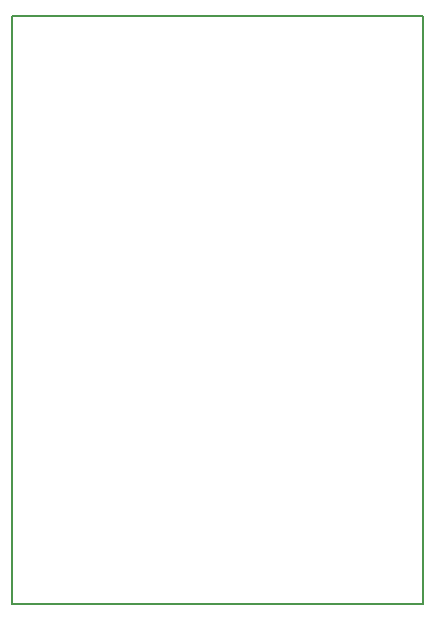
<source format=gbo>
G04 MADE WITH FRITZING*
G04 WWW.FRITZING.ORG*
G04 DOUBLE SIDED*
G04 HOLES PLATED*
G04 CONTOUR ON CENTER OF CONTOUR VECTOR*
%ASAXBY*%
%FSLAX23Y23*%
%MOIN*%
%OFA0B0*%
%SFA1.0B1.0*%
%ADD10R,1.378430X1.968500X1.362430X1.952500*%
%ADD11C,0.008000*%
%LNSILK0*%
G90*
G70*
G54D11*
X4Y1965D02*
X1374Y1965D01*
X1374Y4D01*
X4Y4D01*
X4Y1965D01*
D02*
G04 End of Silk0*
M02*
</source>
